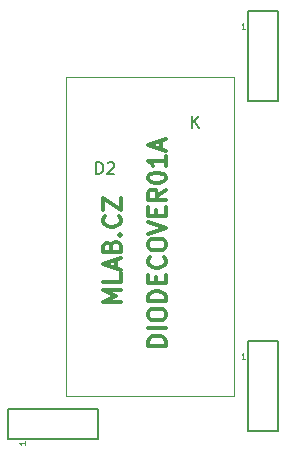
<source format=gbr>
G04 #@! TF.GenerationSoftware,KiCad,Pcbnew,(6.0.0-rc1-dev-205-gc0615c5ef)*
G04 #@! TF.CreationDate,2018-08-07T08:17:07+02:00*
G04 #@! TF.ProjectId,DIODECOVER01A,44494F4445434F5645523031412E6B69,REV*
G04 #@! TF.SameCoordinates,Original*
G04 #@! TF.FileFunction,Legend,Top*
G04 #@! TF.FilePolarity,Positive*
%FSLAX46Y46*%
G04 Gerber Fmt 4.6, Leading zero omitted, Abs format (unit mm)*
G04 Created by KiCad (PCBNEW (6.0.0-rc1-dev-205-gc0615c5ef)) date 08/07/18 08:17:07*
%MOMM*%
%LPD*%
G01*
G04 APERTURE LIST*
%ADD10C,0.300000*%
%ADD11C,0.100000*%
%ADD12C,0.150000*%
%ADD13C,0.050000*%
G04 APERTURE END LIST*
D10*
X16553571Y14093571D02*
X15053571Y14093571D01*
X16125000Y14593571D01*
X15053571Y15093571D01*
X16553571Y15093571D01*
X16553571Y16522142D02*
X16553571Y15807857D01*
X15053571Y15807857D01*
X16125000Y16950714D02*
X16125000Y17665000D01*
X16553571Y16807857D02*
X15053571Y17307857D01*
X16553571Y17807857D01*
X15767857Y18807857D02*
X15839285Y19022142D01*
X15910714Y19093571D01*
X16053571Y19165000D01*
X16267857Y19165000D01*
X16410714Y19093571D01*
X16482142Y19022142D01*
X16553571Y18879285D01*
X16553571Y18307857D01*
X15053571Y18307857D01*
X15053571Y18807857D01*
X15125000Y18950714D01*
X15196428Y19022142D01*
X15339285Y19093571D01*
X15482142Y19093571D01*
X15625000Y19022142D01*
X15696428Y18950714D01*
X15767857Y18807857D01*
X15767857Y18307857D01*
X16410714Y19807857D02*
X16482142Y19879285D01*
X16553571Y19807857D01*
X16482142Y19736428D01*
X16410714Y19807857D01*
X16553571Y19807857D01*
X16410714Y21379285D02*
X16482142Y21307857D01*
X16553571Y21093571D01*
X16553571Y20950714D01*
X16482142Y20736428D01*
X16339285Y20593571D01*
X16196428Y20522142D01*
X15910714Y20450714D01*
X15696428Y20450714D01*
X15410714Y20522142D01*
X15267857Y20593571D01*
X15125000Y20736428D01*
X15053571Y20950714D01*
X15053571Y21093571D01*
X15125000Y21307857D01*
X15196428Y21379285D01*
X15053571Y21879285D02*
X15053571Y22879285D01*
X16553571Y21879285D01*
X16553571Y22879285D01*
X20363571Y10407142D02*
X18863571Y10407142D01*
X18863571Y10764285D01*
X18935000Y10978571D01*
X19077857Y11121428D01*
X19220714Y11192857D01*
X19506428Y11264285D01*
X19720714Y11264285D01*
X20006428Y11192857D01*
X20149285Y11121428D01*
X20292142Y10978571D01*
X20363571Y10764285D01*
X20363571Y10407142D01*
X20363571Y11907142D02*
X18863571Y11907142D01*
X18863571Y12907142D02*
X18863571Y13192857D01*
X18935000Y13335714D01*
X19077857Y13478571D01*
X19363571Y13550000D01*
X19863571Y13550000D01*
X20149285Y13478571D01*
X20292142Y13335714D01*
X20363571Y13192857D01*
X20363571Y12907142D01*
X20292142Y12764285D01*
X20149285Y12621428D01*
X19863571Y12550000D01*
X19363571Y12550000D01*
X19077857Y12621428D01*
X18935000Y12764285D01*
X18863571Y12907142D01*
X20363571Y14192857D02*
X18863571Y14192857D01*
X18863571Y14550000D01*
X18935000Y14764285D01*
X19077857Y14907142D01*
X19220714Y14978571D01*
X19506428Y15050000D01*
X19720714Y15050000D01*
X20006428Y14978571D01*
X20149285Y14907142D01*
X20292142Y14764285D01*
X20363571Y14550000D01*
X20363571Y14192857D01*
X19577857Y15692857D02*
X19577857Y16192857D01*
X20363571Y16407142D02*
X20363571Y15692857D01*
X18863571Y15692857D01*
X18863571Y16407142D01*
X20220714Y17907142D02*
X20292142Y17835714D01*
X20363571Y17621428D01*
X20363571Y17478571D01*
X20292142Y17264285D01*
X20149285Y17121428D01*
X20006428Y17050000D01*
X19720714Y16978571D01*
X19506428Y16978571D01*
X19220714Y17050000D01*
X19077857Y17121428D01*
X18935000Y17264285D01*
X18863571Y17478571D01*
X18863571Y17621428D01*
X18935000Y17835714D01*
X19006428Y17907142D01*
X18863571Y18835714D02*
X18863571Y19121428D01*
X18935000Y19264285D01*
X19077857Y19407142D01*
X19363571Y19478571D01*
X19863571Y19478571D01*
X20149285Y19407142D01*
X20292142Y19264285D01*
X20363571Y19121428D01*
X20363571Y18835714D01*
X20292142Y18692857D01*
X20149285Y18550000D01*
X19863571Y18478571D01*
X19363571Y18478571D01*
X19077857Y18550000D01*
X18935000Y18692857D01*
X18863571Y18835714D01*
X18863571Y19907142D02*
X20363571Y20407142D01*
X18863571Y20907142D01*
X19577857Y21407142D02*
X19577857Y21907142D01*
X20363571Y22121428D02*
X20363571Y21407142D01*
X18863571Y21407142D01*
X18863571Y22121428D01*
X20363571Y23621428D02*
X19649285Y23121428D01*
X20363571Y22764285D02*
X18863571Y22764285D01*
X18863571Y23335714D01*
X18935000Y23478571D01*
X19006428Y23550000D01*
X19149285Y23621428D01*
X19363571Y23621428D01*
X19506428Y23550000D01*
X19577857Y23478571D01*
X19649285Y23335714D01*
X19649285Y22764285D01*
X18863571Y24550000D02*
X18863571Y24692857D01*
X18935000Y24835714D01*
X19006428Y24907142D01*
X19149285Y24978571D01*
X19435000Y25050000D01*
X19792142Y25050000D01*
X20077857Y24978571D01*
X20220714Y24907142D01*
X20292142Y24835714D01*
X20363571Y24692857D01*
X20363571Y24550000D01*
X20292142Y24407142D01*
X20220714Y24335714D01*
X20077857Y24264285D01*
X19792142Y24192857D01*
X19435000Y24192857D01*
X19149285Y24264285D01*
X19006428Y24335714D01*
X18935000Y24407142D01*
X18863571Y24550000D01*
X20363571Y26478571D02*
X20363571Y25621428D01*
X20363571Y26050000D02*
X18863571Y26050000D01*
X19077857Y25907142D01*
X19220714Y25764285D01*
X19292142Y25621428D01*
X19935000Y27050000D02*
X19935000Y27764285D01*
X20363571Y26907142D02*
X18863571Y27407142D01*
X20363571Y27907142D01*
D11*
G04 #@! TO.C,D2*
X11950000Y6140000D02*
X11950000Y33140000D01*
X26150000Y33140000D02*
X11950000Y33140000D01*
X26150000Y6140000D02*
X26150000Y33140000D01*
X26150000Y6140000D02*
X11950000Y6140000D01*
D12*
G04 #@! TO.C,J1*
X6985000Y2540000D02*
X6985000Y5080000D01*
X6985000Y5080000D02*
X14605000Y5080000D01*
X14605000Y5080000D02*
X14605000Y2540000D01*
X14605000Y2540000D02*
X6985000Y2540000D01*
G04 #@! TO.C,J2*
X27305000Y3175000D02*
X27305000Y10795000D01*
X29845000Y3175000D02*
X27305000Y3175000D01*
X29845000Y10795000D02*
X29845000Y3175000D01*
X27305000Y10795000D02*
X29845000Y10795000D01*
G04 #@! TO.C,J3*
X27305000Y38735000D02*
X29845000Y38735000D01*
X29845000Y38735000D02*
X29845000Y31115000D01*
X29845000Y31115000D02*
X27305000Y31115000D01*
X27305000Y31115000D02*
X27305000Y38735000D01*
G04 #@! TO.C,D2*
X14501904Y24947619D02*
X14501904Y25947619D01*
X14740000Y25947619D01*
X14882857Y25900000D01*
X14978095Y25804761D01*
X15025714Y25709523D01*
X15073333Y25519047D01*
X15073333Y25376190D01*
X15025714Y25185714D01*
X14978095Y25090476D01*
X14882857Y24995238D01*
X14740000Y24947619D01*
X14501904Y24947619D01*
X15454285Y25852380D02*
X15501904Y25900000D01*
X15597142Y25947619D01*
X15835238Y25947619D01*
X15930476Y25900000D01*
X15978095Y25852380D01*
X16025714Y25757142D01*
X16025714Y25661904D01*
X15978095Y25519047D01*
X15406666Y24947619D01*
X16025714Y24947619D01*
X22598095Y28877619D02*
X22598095Y29877619D01*
X23169523Y28877619D02*
X22740952Y29449047D01*
X23169523Y29877619D02*
X22598095Y29306190D01*
G04 #@! TO.C,J1*
D13*
X8481190Y2301857D02*
X8481190Y2016142D01*
X8481190Y2159000D02*
X7981190Y2159000D01*
X8052619Y2111380D01*
X8100238Y2063761D01*
X8124047Y2016142D01*
G04 #@! TO.C,J2*
X27066857Y9298809D02*
X26781142Y9298809D01*
X26924000Y9298809D02*
X26924000Y9798809D01*
X26876380Y9727380D01*
X26828761Y9679761D01*
X26781142Y9655952D01*
G04 #@! TO.C,J3*
X27066857Y37238809D02*
X26781142Y37238809D01*
X26924000Y37238809D02*
X26924000Y37738809D01*
X26876380Y37667380D01*
X26828761Y37619761D01*
X26781142Y37595952D01*
G04 #@! TD*
M02*

</source>
